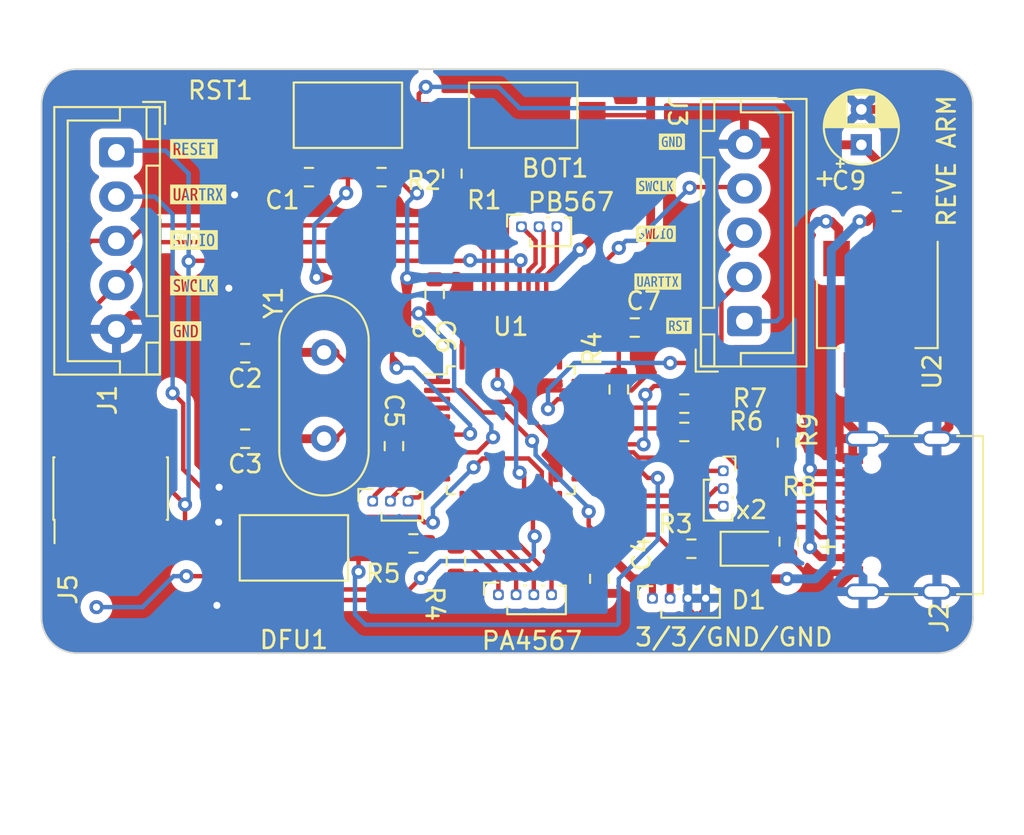
<source format=kicad_pcb>
(kicad_pcb (version 20240108) (generator "pcbnew") (generator_version "8.0")
  (layers (0 "F.Cu" signal) (31 "B.Cu" signal) (34 "B.Paste" user) (35 "F.Paste" user) (36 "B.SilkS" user "B.Silkscreen") (37 "F.SilkS" user "F.Silkscreen") (38 "B.Mask" user) (39 "F.Mask" user) (44 "Edge.Cuts" user))
  (net 0 "")
  (net 1 "+3.3V")
  (net 2 "GND")
  (net 3 "OUT_UART_TX")
  (net 4 "OUT_UART_RX")
  (net 5 "UART_TX")
  (net 6 "D-")
  (net 7 "D+")
  (net 8 "SWDIO")
  (net 9 "SWDCLK")
  (net 10 "NRST")
  (net 11 "INOUT_NRESET")
  (net 12 "OUT_SWDIO")
  (net 13 "OUT_SWDCLK")
  (net 14 "Net-(D1-K)")
  (net 15 "IN_FORCE_DFU")
  (net 16 "unconnected-(U1-PA0-Pad10)")
  (net 17 "unconnected-(U1-PA1-Pad11)")
  (net 18 "unconnected-(U1-PA2-Pad12)")
  (net 19 "unconnected-(U1-PA4-Pad14)")
  (net 20 "unconnected-(U1-PA5-Pad15)")
  (net 21 "unconnected-(U1-PA6-Pad16)")
  (net 22 "unconnected-(U1-PA7-Pad17)")
  (net 25 "unconnected-(U1-PB12-Pad25)")
  (net 26 "unconnected-(U1-PB13-Pad26)")
  (net 27 "unconnected-(U1-PB15-Pad28)")
  (net 31 "unconnected-(U1-PB3-Pad39)")
  (net 32 "unconnected-(U1-PB4-Pad40)")
  (net 33 "unconnected-(U1-PB5-Pad41)")
  (net 35 "Net-(U1-BOOT0)")
  (net 36 "Net-(U1-PA3)")
  (net 37 "Net-(U1-PA12)")
  (net 38 "Net-(U1-PA11)")
  (net 39 "Net-(U1-PD0)")
  (net 40 "Net-(U1-PD1)")
  (net 43 "Net-(U1-PC13)")
  (net 48 "Net-(J2-CC1)")
  (net 49 "Net-(J2-CC2)")
  (net 50 "Net-(U2-VI)")
  (footprint "Resistor_SMD:R_0603_1608Metric" (layer "F.Cu") (at 139.1 87.5 180)
    (property "Reference" "R6")
    (property "Value" "22")
  )
  (footprint "Resistor_SMD:R_0603_1608Metric" (layer "F.Cu") (at 145 93.7 90)
    (property "Reference" "R8")
    (property "Value" "5.1k")
  )
  (footprint "Resistor_SMD:R_0603_1608Metric" (layer "F.Cu") (at 139.5 94.1)
    (property "Reference" "R3")
    (property "Value" "330")
  )
  (footprint "Resistor_SMD:R_0603_1608Metric" (layer "F.Cu") (at 151.1 74.5)
    (property "Reference" "C9")
    (property "Value" "100n")
  )
  (footprint "Connector_USB:USB_C_Receptacle_Palconn_UTC16-G" (layer "F.Cu") (at 151.125 92.2 90)
    (property "Reference" "J2")
    (property "Value" "USB_C_Receptacle")
  )
  (footprint "Connector_PinSocket_1.00mm:PinSocket_1x04_P1.00mm_Vertical" (layer "F.Cu") (at 137.3 96.9 90)
    (property "Reference" "3/3/GND/GND")
    (property "Value" "PinSocket_1x04_P1.00mm_Vertical")
  )
  (footprint "Resistor_SMD:R_0603_1608Metric" (layer "F.Cu") (at 134.3 95.8 -90)
    (property "Reference" "C4")
    (property "Value" "100n")
  )
  (footprint "Resistor_SMD:R_0603_1608Metric" (layer "F.Cu") (at 126 72.9 -90)
    (property "Reference" "R1")
    (property "Value" "10k")
  )
  (footprint "kibuzzard-653E87DC" (layer "F.Cu") (at 111.405715 76.65)
    (property "Reference" "kibuzzard-653E87DC" (hide yes))
    (property "Value" "G***" (hide yes))
  )
  (footprint "Button_Switch_SMD:SW_SPST_CK_RS282G05A3" (layer "F.Cu") (at 120.1 69.6 180)
    (property "Reference" "RST1")
    (property "Value" "SW2")
  )
  (footprint "Resistor_SMD:R_0603_1608Metric" (layer "F.Cu") (at 122.7 88.3 90)
    (property "Reference" "C5")
    (property "Value" "100n")
  )
  (footprint "Button_Switch_SMD:SW_SPST_CK_RS282G05A3" (layer "F.Cu") (at 117.05 94.05 180)
    (property "Reference" "DFU1")
    (property "Value" "SW_DIP_x01")
  )
  (footprint "Package_TO_SOT_SMD:SOT-223" (layer "F.Cu") (at 150 80.85 -90)
    (property "Reference" "U2")
    (property "Value" "LM1117-3.3")
  )
  (footprint "kibuzzard-653E881F" (layer "F.Cu") (at 137.5 73.6)
    (property "Reference" "kibuzzard-653E881F" (hide yes))
    (property "Value" "G***" (hide yes))
  )
  (footprint "Button_Switch_SMD:SW_SPST_CK_RS282G05A3" (layer "F.Cu") (at 130 69.6 180)
    (property "Reference" "BOT1")
    (property "Value" "SW1")
  )
  (footprint "kibuzzard-653E8829" (layer "F.Cu") (at 137.6 79)
    (property "Reference" "kibuzzard-653E8829" (hide yes))
    (property "Value" "G***" (hide yes))
  )
  (footprint "kibuzzard-653E8819" (layer "F.Cu") (at 138.4 71.1)
    (property "Reference" "kibuzzard-653E8819" (hide yes))
    (property "Value" "G***" (hide yes))
  )
  (footprint "Resistor_SMD:R_0603_1608Metric" (layer "F.Cu") (at 117.9 73.1 180)
    (property "Reference" "C1")
    (property "Value" "100n")
  )
  (footprint "Connector_PinHeader_1.27mm:PinHeader_2x05_P1.27mm_Vertical_SMD" (layer "F.Cu") (at 106.7 90.7 90)
    (property "Reference" "J5")
    (property "Value" "Conn_ARM_JTAG_SWD_10")
  )
  (footprint "kibuzzard-653E87E2" (layer "F.Cu") (at 111.406668 79.225)
    (property "Reference" "kibuzzard-653E87E2" (hide yes))
    (property "Value" "G***" (hide yes))
  )
  (footprint "Resistor_SMD:R_0603_1608Metric" (layer "F.Cu") (at 144.9 88.1 -90)
    (property "Reference" "R9")
    (property "Value" "5.1k")
  )
  (footprint "Diode_SMD:D_0805_2012Metric" (layer "F.Cu") (at 142.8375 94.1)
    (property "Reference" "D1")
    (property "Value" "LED")
  )
  (footprint "Resistor_SMD:R_0603_1608Metric" (layer "F.Cu") (at 126.2 94.8 90)
    (property "Reference" "R4")
    (property "Value" "R_Small")
  )
  (footprint "kibuzzard-653E87F3" (layer "F.Cu") (at 110.942324 81.8)
    (property "Reference" "kibuzzard-653E87F3" (hide yes))
    (property "Value" "G***" (hide yes))
  )
  (footprint "Connector_JST:JST_XH_B5B-XH-A_1x05_P2.50mm_Vertical" (layer "F.Cu") (at 107.025 71.7 -90)
    (property "Reference" "J1")
    (property "Value" "Debug port")
  )
  (footprint "Connector_PinSocket_1.00mm:PinSocket_1x04_P1.00mm_Vertical" (layer "F.Cu") (at 128.6 96.7 90)
    (property "Reference" "PA4567")
    (property "Value" "PinSocket_1x04_P1.00mm_Vertical")
  )
  (footprint "Connector_PinSocket_1.00mm:PinSocket_1x03_P1.00mm_Vertical" (layer "F.Cu") (at 141.3 89.7)
    (property "Reference" "x2")
    (property "Value" "PinSocket_1x03_P1.00mm_Vertical")
  )
  (footprint "Capacitor_THT:CP_Radial_D4.0mm_P2.00mm" (layer "F.Cu") (at 149.1 71.2726 90)
    (property "Reference" "C8" (hide yes))
    (property "Value" "C_Polarized")
  )
  (footprint "Connector_PinSocket_1.00mm:PinSocket_1x03_P1.00mm_Vertical" (layer "F.Cu") (at 121.5 91.41 90)
    (property "Reference" "")
    (property "Value" "PinSocket_1x03_P1.00mm_Vertical")
  )
  (footprint "Resistor_SMD:R_0603_1608Metric" (layer "F.Cu") (at 125 79.7 90)
    (property "Reference" "C6")
    (property "Value" "100n")
  )
  (footprint "kibuzzard-653E882F" (layer "F.Cu") (at 138.8 81.5)
    (property "Reference" "kibuzzard-653E882F" (hide yes))
    (property "Value" "G***" (hide yes))
  )
  (footprint "Resistor_SMD:R_0603_1608Metric" (layer "F.Cu") (at 122 73.1 180)
    (property "Reference" "R2")
    (property "Value" "10k")
  )
  (footprint "Resistor_SMD:R_0603_1608Metric" (layer "F.Cu") (at 114.3 87.884 180)
    (property "Reference" "C3")
    (property "Value" "10pF")
  )
  (footprint "Package_QFP:LQFP-48_7x7mm_P0.5mm" (layer "F.Cu") (at 129.3 87.4)
    (property "Reference" "U1")
    (property "Value" "STM32F103CBTx")
  )
  (footprint "Resistor_SMD:R_0603_1608Metric" (layer "F.Cu") (at 139.1 85.9 180)
    (property "Reference" "R7")
    (property "Value" "22")
  )
  (footprint "kibuzzard-653E87CC" (layer "F.Cu") (at 111.4 71.5)
    (property "Reference" "kibuzzard-653E87CC" (hide yes))
    (property "Value" "G***" (hide yes))
  )
  (footprint "Resistor_SMD:R_0603_1608Metric" (layer "F.Cu") (at 136.3 81.6)
    (property "Reference" "C7")
    (property "Value" "100n")
  )
  (footprint "Crystal:Crystal_HC49-U_Vertical" (layer "F.Cu") (at 118.75 83 -90)
    (property "Reference" "Y1")
    (property "Value" "Crystal")
  )
  (footprint "Resistor_SMD:R_0603_1608Metric" (layer "F.Cu") (at 114.3 83.05 180)
    (property "Reference" "C2")
    (property "Value" "10pF")
  )
  (footprint "Resistor_SMD:R_0603_1608Metric" (layer "F.Cu") (at 123.8 93.8)
    (property "Reference" "R5")
    (property "Value" "1k")
  )
  (footprint "kibuzzard-653E87D6" (layer "F.Cu") (at 111.644793 74.075)
    (property "Reference" "kibuzzard-653E87D6" (hide yes))
    (property "Value" "G***" (hide yes))
  )
  (footprint "kibuzzard-653E8824" (layer "F.Cu") (at 137.5 76.3)
    (property "Reference" "kibuzzard-653E8824" (hide yes))
    (property "Value" "G***" (hide yes))
  )
  (footprint "Connector_PinSocket_1.00mm:PinSocket_1x03_P1.00mm_Vertical" (layer "F.Cu") (at 129.9 75.9 90)
    (property "Reference" "PB567")
    (property "Value" "PinSocket_1x03_P1.00mm_Vertical")
  )
  (footprint "Resistor_SMD:R_0603_1608Metric" (layer "F.Cu") (at 135.4 85.1 -90)
    (property "Reference" "R4")
    (property "Value" "1.2k")
  )
  (footprint "Connector_JST:JST_XH_B5B-XH-A_1x05_P2.50mm_Vertical" (layer "F.Cu") (at 142.494011 81.239001 90)
    (property "Reference" "J3")
    (property "Value" "Debug port")
  )
  (gr_circle (center 124.1 81.8) (end 123.9 81.6) (stroke (width 0.15)) (fill none) (layer "F.SilkS"))
  (gr_arc (start 102.8 69) (mid 103.385786 67.585786) (end 104.8 67) (stroke (width 0.1)) (layer "Edge.Cuts"))
  (gr_arc (start 104.8 100) (mid 103.385786 99.414214) (end 102.8 98) (stroke (width 0.1)) (layer "Edge.Cuts"))
  (gr_arc (start 153.4 67) (mid 154.814214 67.585786) (end 155.4 69) (stroke (width 0.1)) (layer "Edge.Cuts"))
  (gr_line (start 104.8 67) (end 153.4 67) (stroke (width 0.1)) (layer "Edge.Cuts"))
  (gr_line (start 155.4 69) (end 155.4 98) (stroke (width 0.1)) (layer "Edge.Cuts"))
  (gr_line (start 102.8 98) (end 102.8 69) (stroke (width 0.1)) (layer "Edge.Cuts"))
  (gr_line (start 153.4 100) (end 104.8 100) (stroke (width 0.1)) (layer "Edge.Cuts"))
  (gr_arc (start 155.4 98) (mid 154.814214 99.414214) (end 153.4 100) (stroke (width 0.1)) (layer "Edge.Cuts"))
  (gr_text "+" (at 146.5 94.5 0) (layer "F.SilkS") (effects (font (size 1 1)) (justify left bottom)))
  (gr_text "REVE ARM\n" (at 154.5 76 90) (layer "F.SilkS") (effects (font (size 1 1)) (justify left bottom)))
  (gr_text "+" (at 146.3 73.7 0) (layer "F.SilkS") (effects (font (size 1 1)) (justify left bottom)))
  (segment (start 146.65 70.65) (end 146.65 68.175) (width 0.5) (layer "F.Cu") (net 1))
  (segment (start 123.425 78.825) (end 123.45 78.8) (width 0.25) (layer "F.Cu") (net 1))
  (segment (start 124.875 80.8) (end 124.1 80.8) (width 0.25) (layer "F.Cu") (net 1))
  (segment (start 144.898 95.802) (end 138.2 95.802) (width 0.5) (layer "F.Cu") (net 1))
  (segment (start 133.25 77.2) (end 137.2 73.25) (width 0.5) (layer "F.Cu") (net 1))
  (segment (start 150 75.044) (end 150 72.1726) (width 0.5) (layer "F.Cu") (net 1))
  (segment (start 143.775 95.777) (end 143.8 95.802) (width 0.25) (layer "F.Cu") (net 1))
  (segment (start 137.2 69.7) (end 137.2 77.4) (width 0.5) (layer "F.Cu") (net 1))
  (segment (start 138.2 95.802) (end 137.3 95.802) (width 0.5) (layer "F.Cu") (net 1))
  (segment (start 149.1 71.2726) (end 147.2726 71.2726) (width 0.5) (layer "F.Cu") (net 1))
  (segment (start 123.425 78.775) (end 123.425 78.75) (width 0.25) (layer "F.Cu") (net 1))
  (segment (start 143.775 94.1) (end 143.775 95.777) (width 0.25) (layer "F.Cu") (net 1))
  (segment (start 126.325 80.525) (end 126.55 80.75) (width 0.25) (layer "F.Cu") (net 1))
  (segment (start 123.425 82.275) (end 123.425 80.925) (width 0.5) (layer "F.Cu") (net 1))
  (segment (start 124 74) (end 123.725 74) (width 0.25) (layer "F.Cu") (net 1))
  (segment (start 124.1 80.8) (end 123.55 80.8) (width 0.25) (layer "F.Cu") (net 1))
  (segment (start 125.2 83.5) (end 125.2 84.5875) (width 0.25) (layer "F.Cu") (net 1))
  (segment (start 134.3 94.75) (end 132.05 92.5) (width 0.25) (layer "F.Cu") (net 1))
  (segment (start 137.3 96.9) (end 137.3 95.802) (width 0.4) (layer "F.Cu") (net 1))
  (segment (start 134.725 84.275) (end 135.4 84.275) (width 0.25) (layer "F.Cu") (net 1))
  (segment (start 125.1375 88.65) (end 127.413604 88.65) (width 0.25) (layer "F.Cu") (net 1))
  (segment (start 128.263604 87.8) (end 128.3 87.8) (width 0.25) (layer "F.Cu") (net 1))
  (segment (start 134.675 94.875) (end 135.275 94.875) (width 0.5) (layer "F.Cu") (net 1))
  (segment (start 126.55 80.75) (end 126.55 83.2375) (width 0.25) (layer "F.Cu") (net 1))
  (segment (start 137.1 69.6) (end 137.2 69.7) (width 0.25) (layer "F.Cu") (net 1))
  (segment (start 150 72.1726) (end 149.1 71.2726) (width 0.5) (layer "F.Cu") (net 1))
  (segment (start 124.397 82.697) (end 123.847 82.697) (width 0.25) (layer "F.Cu") (net 1))
  (segment (start 123.45 78.8) (end 123.425 78.775) (width 0.25) (layer "F.Cu") (net 1))
  (segment (start 150 77.7) (end 150 75.044) (width 0.5) (layer "F.Cu") (net 1))
  (segment (start 136.202 95.802) (end 137.3 95.802) (width 0.5) (layer "F.Cu") (net 1))
  (segment (start 144.9 95.8) (end 144.898 95.802) (width 0.5) (layer "F.Cu") (net 1))
  (segment (start 132.05 92.5) (end 132.05 91.5625) (width 0.25) (layer "F.Cu") (net 1))
  (segment (start 134.35 84.65) (end 134.725 84.275) (width 0.25) (layer "F.Cu") (net 1))
  (segment (start 135.275 94.875) (end 136.202 95.802) (width 0.5) (layer "F.Cu") (net 1))
  (segment (start 125 80.525) (end 126.325 80.525) (width 0.25) (layer "F.Cu") (net 1))
  (segment (start 123.847 82.697) (end 123.425 82.275) (width 0.4) (layer "F.Cu") (net 1))
  (segment (start 127.413604 88.65) (end 128.263604 87.8) (width 0.25) (layer "F.Cu") (net 1))
  (segment (start 133.9 69.6) (end 137.1 69.6) (width 0.25) (layer "F.Cu") (net 1))
  (segment (start 138.3 95.902) (end 138.2 95.802) (width 0.25) (layer "F.Cu") (net 1))
  (segment (start 149 75.6) (end 149.444 75.6) (width 0.5) (layer "F.Cu") (net 1))
  (segment (start 125.2 83.5) (end 124.397 82.697) (width 0.25) (layer "F.Cu") (net 1))
  (segment (start 125.2 84.5875) (end 125.1375 84.65) (width 0.25) (layer "F.Cu") (net 1))
  (segment (start 138.3 96.9) (end 138.3 95.902) (width 0.4) (layer "F.Cu") (net 1))
  (segment (start 149.444 75.6) (end 150 75.044) (width 0.5) (layer "F.Cu") (net 1))
  (segment (start 146.65 68.175) (end 137.535 68.175) (width 0.5) (layer "F.Cu") (net 1))
  (segment (start 135.6 79) (end 135.6 81.475) (width 0.5) (layer "F.Cu") (net 1))
  (segment (start 137.535 68.175) (end 137.2 68.51) (width 0.5) (layer "F.Cu") (net 1))
  (segment (start 137.2 77.4) (end 135.6 79) (width 0.5) (layer "F.Cu") (net 1))
  (segment (start 137.2 68.51) (end 137.2 69.7) (width 0.5) (layer "F.Cu") (net 1))
  (segment (start 123.175 88.65) (end 122.7 89.125) (width 0.25) (layer "F.Cu") (net 1))
  (segment (start 147.2726 71.2726) (end 146.65 70.65) (width 0.5) (layer "F.Cu") (net 1))
  (segment (start 123.425 80.925) (end 123.425 78.825) (width 0.5) (layer "F.Cu") (net 1))
  (segment (start 135.4 81.675) (end 135.4 84.275) (width 0.25) (layer "F.Cu") (net 1))
  (segment (start 123.725 74) (end 122.825 73.1) (width 0.25) (layer "F.Cu") (net 1))
  (segment (start 133.4625 84.65) (end 134.35 84.65) (width 0.25) (layer "F.Cu") (net 1))
  (segment (start 123.425 78.75) (end 123.45 78.725) (width 0.25) (layer "F.Cu") (net 1))
  (segment (start 123.55 80.8) (end 123.425 80.925) (width 0.25) (layer "F.Cu") (net 1))
  (segment (start 125.1375 88.65) (end 123.175 88.65) (width 0.25) (layer "F.Cu") (net 1))
  (via (at 123.45 78.8) (size 0.8) (drill 0.4) (layers "F.Cu" "B.Cu") (net 1))
  (via (at 149 75.6) (size 0.8) (drill 0.4) (layers "F.Cu" "B.Cu") (net 1))
  (via (at 144.9 95.8) (size 0.8) (drill 0.4) (layers "F.Cu" "B.Cu") (net 1))
  (via (at 124.1 80.8) (size 0.8) (drill 0.4) (layers "F.Cu" "B.Cu") (net 1))
  (via (at 128.3 87.8) (size 0.8) (drill 0.4) (layers "F.Cu" "B.Cu") (net 1))
  (via (at 124 74) (size 0.8) (drill 0.4) (layers "F.Cu" "B.Cu") (net 1))
  (via (at 133.2 77.2) (size 0.8) (drill 0.4) (layers "F.Cu" "B.Cu") (net 1))
  (segment (start 123.45 74.55) (end 124 74) (width 0.25) (layer "B.Cu") (net 1))
  (segment (start 123.55 78.775) (end 123.575 78.775) (width 0.25) (layer "B.Cu") (net 1))
  (segment (start 146.5 95.8) (end 144.9 95.8) (width 0.5) (layer "B.Cu") (net 1))
  (segment (start 146.5 95.8) (end 147.4 94.9) (width 0.5) (layer "B.Cu") (net 1))
  (segment (start 133.2 77.2) (end 131.625 78.775) (width 0.5) (layer "B.Cu") (net 1))
  (segment (start 123.6 78.775) (end 123.45 78.75) (width 0.25) (layer "B.Cu") (net 1))
  (segment (start 128.2 87.1) (end 126.1 85) (width 0.25) (layer "B.Cu") (net 1))
  (segment (start 123.45 78.75) (end 123.55 78.775) (width 0.25) (layer "B.Cu") (net 1))
  (segment (start 128.2 87.7) (end 128.2 87.1) (width 0.25) (layer "B.Cu") (net 1))
  (segment (start 126.1 85) (end 126.1 82.8) (width 0.25) (layer "B.Cu") (net 1))
  (segment (start 147.4 77.2) (end 149 75.6) (width 0.5) (layer "B.Cu") (net 1))
  (segment (start 128.3 87.8) (end 128.2 87.7) (width 0.25) (layer "B.Cu") (net 1))
  (segment (start 131.625 78.775) (end 123.6 78.775) (width 0.5) (layer "B.Cu") (net 1))
  (segment (start 126.1 82.8) (end 124.1 80.8) (width 0.25) (layer "B.Cu") (net 1))
  (segment (start 147.4 94.9) (end 147.4 77.2) (width 0.5) (layer "B.Cu") (net 1))
  (segment (start 123.45 78.8) (end 123.45 74.55) (width 0.25) (layer "B.Cu") (net 1))
  (segment (start 123.049 87.82) (end 123.379 88.15) (width 0.25) (layer "F.Cu") (net 2))
  (segment (start 139.3 97.544) (end 139.3 96.9) (width 0.4) (layer "F.Cu") (net 2))
  (segment (start 126.357315 78.875) (end 127.05 79.567685) (width 0.25) (layer "F.Cu") (net 2))
  (segment (start 147.0075 85.6925) (end 149.195 87.88) (width 0.5) (layer "F.Cu") (net 2))
  (segment (start 109.24 94.04) (end 109.24 92.65) (width 0.5) (layer "F.Cu") (net 2))
  (segment (start 113.475 79.475) (end 113.375 79.375) (width 0.4) (layer "F.Cu") (net 2))
  (segment (start 112 89.8) (end 112.825 90.625) (width 0.4) (layer "F.Cu") (net 2))
  (segment (start 105.43 92.65) (end 106.7 92.65) (width 0.5) (layer "F.Cu") (net 2))
  (segment (start 148.615 89) (end 147.9 89) (width 0.4) (layer "F.Cu") (net 2))
  (segment (start 145.875 95.4) (end 145 94.525) (width 0.25) (layer "F.Cu") (net 2))
  (segment (start 114.3 69.6) (end 115.9 69.6) (width 0.5) (layer "F.Cu") (net 2))
  (segment (start 113.291 87.7) (end 112 87.7) (width 0.4) (layer "F.Cu") (net 2))
  (segment (start 133.4625 85.15) (end 136.124695 85.15) (width 0.25) (layer "F.Cu") (net 2))
  (segment (start 134.3 96.625) (end 134.3 97.869) (width 0.5) (layer "F.Cu") (net 2))
  (segment (start 125.3 75.2) (end 126 74.5) (width 0.3) (layer "F.Cu") (net 2))
  (segment (start 145.971 98.044) (end 148.615 95.4) (width 0.5) (layer "F.Cu") (net 2))
  (segment (start 112.7 97.3) (end 109.7 97.3) (width 0.5) (layer "F.Cu") (net 2))
  (segment (start 145.288 83.973) (end 146.3575 85.0425) (width 0.5) (layer "F.Cu") (net 2))
  (segment (start 139.8 98.044) (end 145.971 98.044) (width 0.5) (layer "F.Cu") (net 2))
  (segment (start 116.7 75.2) (end 125.3 75.2) (width 0.3) (layer "F.Cu") (net 2))
  (segment (start 154.05 87.195) (end 154.05 79.45) (width 0.5) (layer "F.Cu") (net 2))
  (segment (start 139.8 98.044) (end 139.3 97.544) (width 0.4) (layer "F.Cu") (net 2))
  (segment (start 126.2 95.625) (end 126.2 97.925) (width 0.5) (layer "F.Cu") (net 2))
  (segment (start 142.494 71.24) (end 139.66 71.24) (width 0.4) (layer "F.Cu") (net 2))
  (segment (start 116 73.1) (end 116 74.5) (width 0.3) (layer "F.Cu") (net 2))
  (segment (start 130 85.8) (end 128.1 85.8) (width 0.25) (layer "F.Cu") (net 2))
  (segment (start 113.1 92.9) (end 112.8 92.6) (width 0.5) (layer "F.Cu") (net 2))
  (segment (start 107.84 95.44) (end 109.24 94.04) (width 0.5) (layer "F.Cu") (net 2))
  (segment (start 130 86.3) (end 131.55 87.85) (width 0.25) (layer "F.Cu") (net 2))
  (segment (start 127.05 79.567685) (end 127.05 83.2375) (width 0.25) (layer "F.Cu") (net 2))
  (segment (start 122.7 87.475) (end 122.315 87.475) (width 0.25) (layer "F.Cu") (net 2))
  (segment (start 130.65 85.15) (end 130 85.8) (width 0.25) (layer "F.Cu") (net 2))
  (segment (start 112.6 80.9) (end 107.825 80.9) (width 0.5) (layer "F.Cu") (net 2))
  (segment (start 138.1 72.8) (end 138.1 80.625) (width 0.4) (layer "F.Cu") (net 2))
  (segment (start 126 74.5) (end 126 73.725) (width 0.3) (layer "F.Cu") (net 2))
  (segment (start 113.725 70.175) (end 114.3 69.6) (width 0.5) (layer "F.Cu") (net 2))
  (segment (start 106.39 95.44) (end 105.43 94.48) (width 0.5) (layer "F.Cu") (net 2))
  (segment (start 113.1 93.9) (end 113.1 92.9) (width 0.5) (layer "F.Cu") (net 2))
  (segment (start 151.4726 69.2726) (end 152.3 70.1) (width 0.5) (layer "F.Cu") (net 2))
  (segment (start 113.475 83.05) (end 112.25 83.05) (width 0.4) (layer "F.Cu") (net 2))
  (segment (start 138.1 80.625) (end 137.125 81.6) (width 0.4) (layer "F.Cu") (net 2))
  (segment (start 144.78 71.12) (end 145.288 71.628) (width 0.5) (layer "F.Cu") (net 2))
  (segment (start 123.379 88.15) (end 125.1375 88.15) (width 0.25) (layer "F.Cu") (net 2))
  (segment (start 121.7 88.09) (end 121.7 89.4) (width 0.25) (layer "F.Cu") (net 2))
  (segment (start 137.125 84.149695) (end 137.125 81.6) (width 0.25) (layer "F.Cu") (net 2))
  (segment (start 126.375 73.725) (end 126 73.725) (width 0.25) (layer "F.Cu") (net 2))
  (segment (start 107.84 95.44) (end 106.39 95.44) (width 0.5) (layer "F.Cu") (net 2))
  (segment (start 113.6 91.4) (end 112.825 90.625) (width 0.25) (layer "F.Cu") (net 2))
  (segment (start 117.2 73.1) (end 116 73.1) (width 0.5) (layer "F.Cu") (net 2))
  (segment (start 116 73.1) (end 113.8125 73.1) (width 0.5) (layer "F.Cu") (net 2))
  (segment (start 146.3575 85.0425) (end 147.0075 85.6925) (width 0.5) (layer "F.Cu") (net 2))
  (segment (start 112.725 90.625) (end 112.8 90.55) (width 0.25) (layer "F.Cu") (net 2))
  (segment (start 144.9 86.5) (end 146.3575 85.0425) (width 0.25) (layer "F.Cu") (net 2))
  (segment (start 136.124695 85.15) (end 137.125 84.149695) (width 0.25) (layer "F.Cu") (net 2))
  (segment (start 112 87.7) (end 112 89.8) (width 0.4) (layer "F.Cu") (net 2))
  (segment (start 142.805 71.12) (end 144.78 71.12) (width 0.5) (layer "F.Cu") (net 2))
  (segment (start 152.3 70.1) (end 152.3 77.7) (width 0.5) (layer "F.Cu") (net 2))
  (segment (start 121.7 89.4) (end 119.7 91.4) (width 0.25) (layer "F.Cu") (net 2))
  (segment (start 109.7 97.3) (end 107.84 95.44) (width 0.5) (layer "F.Cu") (net 2))
  (segment (start 105.43 94.48) (end 105.43 92.65) (width 0.5) (layer "F.Cu") (net 2))
  (segment (start 130 85.8) (end 130 86.3) (width 0.25) (layer "F.Cu") (net 2))
  (segment (start 154.05 79.45) (end 152.3 77.7) (width 0.5) (layer "F.Cu") (net 2))
  (segment (start 112 83.3) (end 112 87.7) (width 0.4) (layer "F.Cu") (net 2))
  (segment (start 122.315 87.475) (end 121.7 88.09) (width 0.25) (layer "F.Cu") (net 2))
  (segment (start 131.55 87.85) (end 131.55 91.5625) (width 0.25) (layer "F.Cu") (net 2))
  (segment (start 116 74.5) (end 116.7 75.2) (width 0.3) (layer "F.Cu") (net 2))
  (segment (start 107.825 80.9) (end 107.025 81.7) (width 0.5) (layer "F.Cu") (net 2))
  (segment (start 139.8 98.044) (end 140.3 97.544) (width 0.4) (layer "F.Cu") (net 2))
  (segment (start 112.825 90.625) (end 112.725 90.625) (width 0.25) (layer "F.Cu") (net 2))
  (segment (start 113.725 74.1) (end 113.725 70.175) (width 0.5) (layer "F.Cu") (net 2))
  (segment (start 133.4625 85.15) (end 130.65 85.15) (width 0.25) (layer "F.Cu") (net 2))
  (segment (start 112.7 97.3) (end 113.444 98.044) (width 0.5) (layer "F.Cu") (net 2))
  (segment (start 140.3 97.544) (end 140.3 96.9) (width 0.4) (layer "F.Cu") (net 2))
  (segment (start 145.288 71.628) (end 145.288 83.973) (width 0.5) (layer "F.Cu") (net 2))
  (segment (start 147.9 89) (end 147.9 86.485) (width 0.4) (layer "F.Cu") (net 2))
  (segment (start 144.9 87.275) (end 144.9 86.5) (width 0.25) (layer "F.Cu") (net 2))
  (segment (start 139.66 71.24) (end 138.1 72.8) (width 0.4) (layer "F.Cu") (net 2))
  (segment (start 127.05 84.75) (end 127.05 83.2375) (width 0.25) (layer "F.Cu") (net 2))
  (segment (start 128.1 85.8) (end 127.05 84.75) (width 0.25) (layer "F.Cu") (net 2))
  (segment (start 148.615 95.4) (end 145.875 95.4) (width 0.25) (layer "F.Cu") (net 2))
  (segment (start 153.365 87.88) (end 154.05 87.195) (width 0.5) (layer "F.Cu") (net 2))
  (segment (start 112.25 83.05) (end 112 83.3) (width 0.4) (layer "F.Cu") (net 2))
  (segment (start 113.444 98.044) (end 139.8 98.044) (width 0.5) (layer "F.Cu") (net 2))
  (segment (start 113.3 80.2) (end 112.6 80.9) (width 0.5) (layer "F.Cu") (net 2))
  (segment (start 113.475 83.05) (end 113.475 79.475) (width 0.4) (layer "F.Cu") (net 2))
  (segment (start 149.1 69.2726) (end 151.4726 69.2726) (width 0.5) (layer "F.Cu") (net 2))
  (segment (start 113.6 91.4) (end 119.7 91.4) (width 0.25) (layer "F.Cu") (net 2))
  (segment (start 125 78.875) (end 126.357315 78.875) (width 0.25) (layer "F.Cu") (net 2))
  (segment (start 112.825 90.525) (end 112.825 90.625) (width 0.25) (layer "F.Cu") (net 2))
  (via (at 112.8 92.6) (size 0.8) (drill 0.4) (layers "F.Cu" "B.Cu") (net 2))
  (via (at 113.7 74.1) (size 0.8) (drill 0.4) (layers "F.Cu" "B.Cu") (net 2))
  (via (at 112.825 90.625) (size 0.8) (drill 0.4) (layers "F.Cu" "B.Cu") (net 2))
  (via (at 113.375 79.375) (size 0.8) (drill 0.4) (layers "F.Cu" "B.Cu") (net 2))
  (via (at 112.7 97.3) (size 0.8) (drill 0.4) (layers "F.Cu" "B.Cu") (net 2))
  (segment (start 112.8 90.9) (end 112.8 91.3) (width 0.5) (layer "B.Cu") (net 2))
  (segment (start 112.8 91.3) (end 112.8 92.7) (width 0.5) (layer "B.Cu") (net 2))
  (segment (start 112.8 92.7) (end 112.8 97.2) (width 0.5) (layer "B.Cu") (net 2))
  (segment (start 113.775 78.975) (end 113.775 74.15) (width 0.5) (layer "B.Cu") (net 2))
  (segment (start 112.8 97.2) (end 112.7 97.3) (width 0.5) (layer "B.Cu") (net 2))
  (segment (start 113.375 79.375) (end 113.775 78.975) (width 0.5) (layer "B.Cu") (net 2))
  (segment (start 113.775 74.15) (end 113.725 74.1) (width 0.5) (layer "B.Cu") (net 2))
  (segment (start 130.55 93.35) (end 130.6 93.4) (width 0.25) (layer "F.Cu") (net 3))
  (segment (start 130.65 93.4) (end 130.65 93.45) (width 0.25) (layer "F.Cu") (net 3))
  (segment (start 112.55 95.65) (end 113.9 97) (width 0.25) (layer "F.Cu") (net 3))
  (segment (start 113.9 97) (end 122.975 97) (width 0.25) (layer "F.Cu") (net 3))
  (segment (start 130.65 93.45) (end 130.6 93.4) (width 0.25) (layer "F.Cu") (net 3))
  (segment (start 122.975 97) (end 124.225 95.75) (width 0.25) (layer "F.Cu") (net 3))
  (segment (start 130.55 91.5625) (end 130.55 93.35) (width 0.25) (layer "F.Cu") (net 3))
  (segment (start 110.975 95.65) (end 112.55 95.65) (width 0.25) (layer "F.Cu") (net 3))
  (segment (start 130.6 93.4) (end 130.65 93.4) (width 0.25) (layer "F.Cu") (net 3))
  (via (at 124.225 95.75) (size 0.8) (drill 0.4) (layers "F.Cu" "B.Cu") (net 3))
  (via (at 110.975 95.65) (size 0.8) (drill 0.4) (layers "F.Cu" "B.Cu") (net 3))
  (via (at 130.65 93.4) (size 0.8) (drill 0.4) (layers "F.Cu" "B.Cu") (net 3))
  (via (at 105.9 97.4) (size 0.8) (drill 0.4) (layers "F.Cu" "B.Cu") (net 3))
  (segment (start 130.6 94.5) (end 130.3 94.8) (width 0.25) (layer "B.Cu") (net 3))
  (segment (start 108.5 97.4) (end 110.25 95.65) (width 0.25) (layer "B.Cu") (net 3))
  (segment (start 110.25 95.65) (end 110.975 95.65) (width 0.25) (layer "B.Cu") (net 3))
  (segment (start 130.6 93.4) (end 130.6 94.5) (width 0.25) (layer "B.Cu") (net 3))
  (segment (start 105.9 97.4) (end 108.5 97.4) (width 0.25) (layer "B.Cu") (net 3))
  (segment (start 130.3 94.8) (end 125.325 94.8) (width 0.25) (layer "B.Cu") (net 3))
  (segment (start 125.325 94.8) (end 124.4 95.725) (width 0.25) (layer "B.Cu") (net 3))
  (segment (start 127.7 89) (end 130.3 89) (width 0.25) (layer "F.Cu") (net 4))
  (segment (start 127.2 89.5) (end 127.7 89) (width 0.25) (layer "F.Cu") (net 4))
  (segment (start 131.05 89.75) (end 131.05 91.5625) (width 0.25) (layer "F.Cu") (net 4))
  (segment (start 124.421751 92.61) (end 124.111751 92.3) (width 0.25) (layer "F.Cu") (net 4))
  (segment (start 130.3 89) (end 131.05 89.75) (width 0.25) (layer "F.Cu") (net 4))
  (segment (start 120.665 92.3) (end 120.050698 91.685698) (width 0.25) (layer "F.Cu") (net 4))
  (segment (start 124.111751 92.3) (end 120.665 92.3) (width 0.25) (layer "F.Cu") (net 4))
  (segment (start 119.886396 91.85) (end 113.024695 91.85) (width 0.25) (layer "F.Cu") (net 4))
  (segment (start 110.8 89.625305) (end 110.8 85.9) (width 0.25) (layer "F.Cu") (net 4))
  (segment (start 124.9 92.61) (end 124.421751 92.61) (width 0.25) (layer "F.Cu") (net 4))
  (segment (start 113.024695 91.85) (end 110.8 89.625305) (width 0.25) (layer "F.Cu") (net 4))
  (segment (start 120.050698 91.685698) (end 119.886396 91.85) (width 0.25) (layer "F.Cu") (net 4))
  (segment (start 110.8 85.9) (end 110.2 85.3) (width 0.25) (layer "F.Cu") (net 4))
  (via (at 124.9 92.61) (size 0.8) (drill 0.4) (layers "F.Cu" "B.Cu") (net 4))
  (via (at 110.2 85.3) (size 0.8) (drill 0.4) (layers "F.Cu" "B.Cu") (net 4))
  (via (at 127.2 89.5) (size 0.8) (drill 0.4) (layers "F.Cu" "B.Cu") (net 4))
  (segment (start 124.9 92.61) (end 124.9 91.8) (width 0.25) (layer "B.Cu") (net 4))
  (segment (start 110.2 85.3) (end 110.2 75.2) (width 0.25) (layer "B.Cu") (net 4))
  (segment (start 124.9 91.8) (end 127.1 89.6) (width 0.25) (layer "B.Cu") (net 4))
  (segment (start 110.2 75.2) (end 109.2 74.2) (width 0.25) (layer "B.Cu") (net 4))
  (segment (start 109.2 74.2) (end 107.025 74.2) (width 0.25) (layer "B.Cu") (net 4))
  (segment (start 135.863604 88.2) (end 136.8 88.2) (width 0.25) (layer "F.Cu") (net 5))
  (segment (start 141.194 80.039012) (end 141.194 83.306) (width 0.25) (layer "F.Cu") (net 5))
  (segment (start 135.313604 87.65) (end 135.863604 88.2) (width 0.25) (layer "F.Cu") (net 5))
  (segment (start 139.6 84.9) (end 137.4 84.9) (width 0.25) (layer "F.Cu") (net 5))
  (segment (start 137.4 84.9) (end 136.9 85.4) (width 0.25) (layer "F.Cu") (net 5))
  (segment (start 141.194 83.306) (end 139.6 84.9) (width 0.25) (layer "F.Cu") (net 5))
  (segment (start 142.494011 78.739001) (end 141.194 80.039012) (width 0.25) (layer "F.Cu") (net 5))
  (segment (start 133.4625 87.65) (end 135.313604 87.65) (width 0.25) (layer "F.Cu") (net 5))
  (via (at 136.9 85.4) (size 0.8) (drill 0.4) (layers "F.Cu" "B.Cu") (net 5))
  (via (at 136.8 88.2) (size 0.8) (drill 0.4) (layers "F.Cu" "B.Cu") (net 5))
  (segment (start 136.9 88.1) (end 136.8 88.2) (width 0.25) (layer "B.Cu") (net 5))
  (segment (start 136.9 85.4) (end 136.9 88.1) (width 0.25) (layer "B.Cu") (net 5))
  (segment (start 148.615 92.95) (end 148.565 92.9) (width 0.2) (layer "F.Cu") (net 6))
  (segment (start 148.615 91.95) (end 150.05 91.95) (width 0.2) (layer "F.Cu") (net 6))
  (segment (start 148.565 92.9) (end 147.4 92.9) (width 0.2) (layer "F.Cu") (net 6))
  (segment (start 147.4 92.9) (end 146.5 92) (width 0.2) (layer "F.Cu") (net 6))
  (segment (start 144.625 92) (end 140.025 87.4) (width 0.2) (layer "F.Cu") (net 6))
  (segment (start 150.05 92.95) (end 148.615 92.95) (width 0.2) (layer "F.Cu") (net 6))
  (segment (start 150.3 92.2) (end 150.3 92.7) (width 0.2) (layer "F.Cu") (net 6))
  (segment (start 150.05 91.95) (end 150.3 92.2) (width 0.2) (layer "F.Cu") (net 6))
  (segment (start 146.5 92) (end 144.625 92) (width 0.2) (layer "F.Cu") (net 6))
  (segment (start 150.3 92.7) (end 150.05 92.95) (width 0.2) (layer "F.Cu") (net 6))
  (segment (start 147.2 91.45) (end 148.615 91.45) (width 0.2) (layer "F.Cu") (net 7))
  (segment (start 141.434601 86.65) (end 141.434601 88.134601) (width 0.2) (layer "F.Cu") (net 7))
  (segment (start 144.75 91.45) (end 147.2 91.45) (width 0.2) (layer "F.Cu") (net 7))
  (segment (start 147.2 91.865) (end 147.2 91.45) (width 0.2) (layer "F.Cu") (net 7))
  (segment (start 148.615 92.45) (end 147.785 92.45) (width 0.2) (layer "F.Cu") (net 7))
  (segment (start 141.434601 88.134601) (end 144.75 91.45) (width 0.2) (layer "F.Cu") (net 7))
  (segment (start 141.434601 86.6673) (end 140.9 86.132699) (width 0.2) (layer "F.Cu") (net 7))
  (segment (start 140.9 86.132699) (end 140.867301 86.1) (width 0.2) (layer "F.Cu") (net 7))
  (segment (start 140.867301 86.1) (end 140.025 86.1) (width 0.2) (layer "F.Cu") (net 7))
  (segment (start 147.785 92.45) (end 147.2 91.865) (width 0.2) (layer "F.Cu") (net 7))
  (segment (start 140.3 78.433012) (end 140.3 83.175) (width 0.25) (layer "F.Cu") (net 8))
  (segment (start 142.573012 76.16) (end 140.3 78.433012) (width 0.25) (layer "F.Cu") (net 8))
  (segment (start 131.4 86.2) (end 131.95 85.65) (width 0.25) (layer "F.Cu") (net 8))
  (segment (start 131.95 85.65) (end 133.4625 85.65) (width 0.25) (layer "F.Cu") (net 8))
  (segment (start 140.3 83.175) (end 139.875 83.6) (width 0.25) (layer "F.Cu") (net 8))
  (segment (start 139.875 83.6) (end 138.3 83.6) (width 0.25) (layer "F.Cu") (net 8))
  (via (at 131.4 86.2) (size 0.8) (drill 0.4) (layers "F.Cu" "B.Cu") (net 8))
  (via (at 138.3 83.6) (size 0.8) (drill 0.4) (layers "F.Cu" "B.Cu") (net 8))
  (segment (start 132.9 83.6) (end 131.4 85.1) (width 0.25) (layer "B.Cu") (net 8))
  (segment (start 131.4 85.1) (end 131.4 86.2) (width 0.25) (layer "B.Cu") (net 8))
  (segment (start 138.3 83.6) (end 132.9 83.6) (width 0.25) (layer "B.Cu") (net 8))
  (segment (start 139.3895 73.66) (end 142.765 73.66) (width 0.25) (layer "F.Cu") (net 9))
  (segment (start 134.306 80.594) (end 132.05 82.85) (width 0.25) (layer "F.Cu") (net 9))
  (segment (start 134.306 79.492) (end 134.306 80.594) (width 0.25) (layer "F.Cu") (net 9))
  (segment (start 134.3 78.2) (end 134.3 79.486) (width 0.25) (layer "F.Cu") (net 9))
  (segment (start 134.3 79.486) (end 134.306 79.492) (width 0.25) (layer "F.Cu") (net 9))
  (segment (start 135.4 77.1) (end 134.3 78.2) (width 0.25) (layer "F.Cu") (net 9))
  (via (at 135.4 77.1) (size 0.8) (drill 0.4) (layers "F.Cu" "B.Cu") (net 9))
  (via (at 139.4 73.7) (size 0.8) (drill 0.4) (layers "F.Cu" "B.Cu") (net 9))
  (segment (start 136.4 76.7) (end 135.8 76.7) (width 0.25) (layer "B.Cu") (net 9))
  (segment (start 135.8 76.7) (end 135.4 77.1) (width 0.25) (layer "B.Cu") (net 9))
  (segment (start 139.4 73.7) (end 136.4 76.7) (width 0.25) (layer "B.Cu") (net 9))
  (segment (start 124.5 68) (end 124.1 68.4) (width 0.25) (layer "F.Cu") (net 10))
  (segment (start 125.1375 87.65) (end 126.95 87.65) (width 0.25) (layer "F.Cu") (net 10))
  (segment (start 120 74) (end 120.1 73.9) (width 0.25) (layer "F.Cu") (net 10))
  (segment (start 118.725 73.1) (end 121.175 73.1) (width 0.25) (layer "F.Cu") (net 10))
  (segment (start 122.6 79.45) (end 122.6 83.8625) (width 0.25) (layer "F.Cu") (net 10))
  (segment (start 124.1 68.4) (end 124.1 69.2) (width 0.25) (layer "F.Cu") (net 10))
  (segment (start 122.875 83.85) (end 122.85 83.875) (width 0.25) (layer "F.Cu") (net 10))
  (segment (start 120.1 71.85) (end 122.35 69.6) (width 0.25) (layer "F.Cu") (net 10))
  (segment (start 121.925 78.775) (end 122.6 79.45) (width 0.25) (layer "F.Cu") (net 10))
  (segment (start 126.95 87.65) (end 127 87.6) (width 0.25) (layer "F.Cu") (net 10))
  (segment (start 118.325 78.775) (end 121.925 78.775) (width 0.25) (layer "F.Cu") (net 10))
  (segment (start 120.1 73.9) (end 120.1 71.85) (width 0.25) (layer "F.Cu") (net 10))
  (segment (start 122.85 83.875) (end 122.875 83.9) (width 0.25) (layer "F.Cu") (net 10))
  (segment (start 122.35 69.6) (end 123.7 69.6) (width 0.25) (layer "F.Cu") (net 10))
  (via (at 120 74) (size 0.8) (drill 0.4) (layers "F.Cu" "B.Cu") (net 10))
  (via (at 118.325 78.775) (size 0.8) (drill 0.4) (layers "F.Cu" "B.Cu") (net 10))
  (via (at 124.5 68) (size 0.8) (drill 0.4) (layers "F.Cu" "B.Cu") (net 10))
  (via (at 127 87.6) (size 0.8) (drill 0.4) (layers "F.Cu" "B.Cu") (net 10))
  (via (at 122.85 83.875) (size 0.8) (drill 0.4) (layers "F.Cu" "B.Cu") (net 10))
  (segment (start 118.2 75.8) (end 118.2 78.65) (width 0.25) (layer "B.Cu") (net 10))
  (segment (start 144.2 69.2) (end 129.8 69.2) (width 0.25) (layer "B.Cu") (net 10))
  (segment (start 122.85 83.875) (end 123.775 83.875) (width 0.25) (layer "B.Cu") (net 10))
  (segment (start 118.2 78.65) (end 118.325 78.775) (width 0.25) (layer "B.Cu") (net 10))
  (segment (start 120 74) (end 118.2 75.8) (width 0.25) (layer "B.Cu") (net 10))
  (segment (start 128.6 68) (end 124.5 68) (width 0.25) (layer "B.Cu") (net 10))
  (segment (start 144.321998 81.239001) (end 144.6 80.960999) (width 0.25) (layer "B.Cu") (net 10))
  (segment (start 144.6 80.960999) (end 144.6 69.6) (width 0.25) (layer "B.Cu") (net 10))
  (segment (start 144.6 69.6) (end 144.2 69.2) (width 0.25) (layer "B.Cu") (net 10))
  (segment (start 129.8 69.2) (end 128.6 68) (width 0.25) (layer "B.Cu") (net 10))
  (segment (start 142.494011 81.239001) (end 144.321998 81.239001) (width 0.25) (layer "B.Cu") (net 10))
  (segment (start 127 87.1) (end 127 87.6) (width 0.25) (layer "B.Cu") (net 10))
  (segment (start 123.775 83.875) (end 127 87.1) (width 0.25) (layer "B.Cu") (net 10))
  (segment (start 109.24 89.94) (end 110.9 91.6) (width 0.25) (layer "F.Cu") (net 11))
  (segment (start 110.9 91.6) (end 110.9 93.95) (width 0.25) (layer "F.Cu") (net 11))
  (segment (start 110.9 93.95) (end 112.15 95.2) (width 0.25) (layer "F.Cu") (net 11))
  (segment (start 111.136882 77.825) (end 111.105694 77.856188) (width 0.25) (layer "F.Cu") (net 11))
  (segment (start 112.15 95.2) (end 112.736396 95.2) (width 0.25) (layer "F.Cu") (net 11))
  (segment (start 129.55 81.025) (end 129.55 83.2375) (width 0.25) (layer "F.Cu") (net 11))
  (segment (start 127 77.825) (end 111.136882 77.825) (width 0.25) (layer "F.Cu") (net 11))
  (segment (start 129.8 80.775) (end 129.55 81.025) (width 0.25) (layer "F.Cu") (net 11))
  (segment (start 112.736396 95.2) (end 113.936396 96.4) (width 0.25) (layer "F.Cu") (net 11))
  (segment (start 113.936396 96.4) (end 122.6 96.4) (width 0.25) (layer "F.Cu") (net 11))
  (segment (start 123.2 94.385) (end 122.795 93.98) (width 0.25) (layer "F.Cu") (net 11))
  (segment (start 129.8 80.775) (end 129.8 77.85) (width 0.25) (layer "F.Cu") (net 11))
  (segment (start 122.6 96.4) (end 123.2 95.8) (width 0.25) (layer "F.Cu") (net 11))
  (segment (start 109.24 88.75) (end 109.24 89.94) (width 0.25) (layer "F.Cu") (net 11))
  (segment (start 123.2 95.8) (end 123.2 94.385) (width 0.25) (layer "F.Cu") (net 11))
  (via (at 110.9 91.6) (size 0.8) (drill 0.4) (layers "F.Cu" "B.Cu") (net 11))
  (via (at 129.85 77.8) (size 0.8) (drill 0.4) (layers "F.Cu" "B.Cu") (net 11))
  (via (at 127 77.8) (size 0.8) (drill 0.4) (layers "F.Cu" "B.Cu") (net 11))
  (via (at 111.105694 77.856188) (size 0.8) (drill 0.4) (layers "F.Cu" "B.Cu") (net 11))
  (segment (start 111.1 77.861882) (end 111.105694 77.856188) (width 0.25) (layer "B.Cu") (net 11))
  (segment (start 110.9 91.6) (end 111.1 91.4) (width 0.25) (layer "B.Cu") (net 11))
  (segment (start 129.8 77.85) (end 129.775 77.825) (width 0.25) (layer "B.Cu") (net 11))
  (segment (start 107.125 71.6) (end 107.025 71.7) (width 0.25) (layer "B.Cu") (net 11))
  (segment (start 111.1 91.4) (end 111.1 77.861882) (width 0.25) (layer "B.Cu") (net 11))
  (segment (start 129.775 77.825) (end 127 77.825) (width 0.25) (layer "B.Cu") (net 11))
  (segment (start 111.105694 72.905694) (end 109.8 71.6) (width 0.25) (layer "B.Cu") (net 11))
  (segment (start 109.8 71.6) (end 107.125 71.6) (width 0.25) (layer "B.Cu") (net 11))
  (segment (start 111.105694 77.856188) (end 111.105694 72.905694) (width 0.25) (layer "B.Cu") (net 11))
  (segment (start 128.05 83.2375) (end 128.05 81.552305) (width 0.25) (layer "F.Cu") (net 12))
  (segment (start 105.625 76.7) (end 104.1 78.225) (width 0.25) (layer "F.Cu") (net 12))
  (segment (start 127.65 75.825) (end 108.675 75.825) (width 0.25) (layer "F.Cu") (net 12))
  (segment (start 107.025 76.7) (end 105.625 76.7) (width 0.25) (layer "F.Cu") (net 12))
  (segment (start 104.1 88.69) (end 104.16 88.75) (width 0.25) (layer "F.Cu") (net 12))
  (segment (start 128.306 76.481) (end 127.65 75.825) (width 0.25) (layer "F.Cu") (net 12))
  (segment (start 128.306 81.296305) (end 128.306 76.481) (width 0.25) (layer "F.Cu") (net 12))
  (segment (start 107.8 76.7) (end 107.025 76.7) (width 0.25) (layer "F.Cu") (net 12))
  (segment (start 104.1 78.225) (end 104.1 88.69) (width 0.25) (layer "F.Cu") (net 12))
  (segment (start 108.675 75.825) (end 107.8 76.7) (width 0.25) (layer "F.Cu") (net 12))
  (segment (start 128.05 81.552305) (end 128.306 81.296305) (width 0.25) (layer "F.Cu") (net 12))
  (segment (start 104.7 81.525) (end 107.025 79.2) (width 0.25) (layer "F.Cu") (net 13))
  (segment (start 104.7 86.5) (end 104.7 81.525) (width 0.25) (layer "F.Cu") (net 13))
  (segment (start 105.43 88.75) (end 105.43 87.23) (width 0.25) (layer "F.Cu") (net 13))
  (segment (start 109.325 76.775) (end 127.35 76.775) (width 0.25) (layer "F.Cu") (net 13))
  (segment (start 127.55 81.028) (end 127.55 83.2375) (width 0.25) (layer "F.Cu") (net 13))
  (segment (start 105.43 87.23) (end 104.7 86.5) (width 0.25) (layer "F.Cu") (net 13))
  (segment (start 107.025 79.075) (end 109.325 76.775) (width 0.25) (layer "F.Cu") (net 13))
  (segment (start 107.025 79.2) (end 107.025 79.075) (width 0.25) (layer "F.Cu") (net 13))
  (segment (start 127.806 77.231) (end 127.806 80.772) (width 0.25) (layer "F.Cu") (net 13))
  (segment (start 127.35 76.775) (end 127.806 77.231) (width 0.25) (layer "F.Cu") (net 13))
  (segment (start 127.806 80.772) (end 127.55 81.028) (width 0.25) (layer "F.Cu") (net 13))
  (segment (start 140.325 94.1) (end 141.9 94.1) (width 0.25) (layer "F.Cu") (net 14))
  (segment (start 133.4625 89.15) (end 136.088299 89.15) (width 0.25) (layer "F.Cu") (net 15))
  (segment (start 137.038299 90.1) (end 137.6 90.1) (width 0.25) (layer "F.Cu") (net 15))
  (segment (start 136.088299 89.15) (end 137.038299 90.1) (width 0.25) (layer "F.Cu") (net 15))
  (segment (start 120.7 95.4) (end 120.7 94.1) (width 0.25) (layer "F.Cu") (net 15))
  (via (at 137.6 90.1) (size 0.8) (drill 0.4) (layers "F.Cu" "B.Cu") (net 15))
  (via (at 120.7 95.4) (size 0.8) (drill 0.4) (layers "F.Cu" "B.Cu") (net 15))
  (segment (start 120.5 95.6) (end 120.7 95.4) (width 0.25) (layer "B.Cu") (net 15))
  (segment (start 137.6 93.6) (end 135.4 95.8) (width 0.25) (layer "B.Cu") (net 15))
  (segment (start 135.4 98.3) (end 135.3 98.4) (width 0.25) (layer "B.Cu") (net 15))
  (segment (start 121.1 98.4) (end 120.5 97.8) (width 0.25) (layer "B.Cu") (net 15))
  (segment (start 135.4 95.8) (end 135.4 98.3) (width 0.25) (layer "B.Cu") (net 15))
  (segment (start 135.3 98.4) (end 121.1 98.4) (width 0.25) (layer "B.Cu") (net 15))
  (segment (start 137.6 90.1) (end 137.6 93.6) (width 0.25) (layer "B.Cu") (net 15))
  (segment (start 120.5 97.8) (end 120.5 95.6) (width 0.25) (layer "B.Cu") (net 15))
  (segment (start 125.1375 89.15) (end 123.892462 89.15) (width 0.25) (layer "F.Cu") (net 16))
  (segment (start 123.892462 89.15) (end 122.542462 90.5) (width 0.25) (layer "F.Cu") (net 16))
  (segment (start 122.2 90.5) (end 121.6 91.1) (width 0.25) (layer "F.Cu") (net 16))
  (segment (start 122.542462 90.5) (end 122.2 90.5) (width 0.25) (layer "F.Cu") (net 16))
  (segment (start 124.15 89.65) (end 125.1375 89.65) (width 0.25) (layer "F.Cu") (net 17))
  (segment (start 122.6 91.2) (end 124.15 89.65) (width 0.25) (layer "F.Cu") (net 17))
  (segment (start 123.6 91.2) (end 124.0875 91.2) (width 0.25) (layer "F.Cu") (net 18))
  (segment (start 124.0875 91.2) (end 125.1375 90.15) (width 0.25) (layer "F.Cu") (net 18))
  (segment (start 128.6 95.6) (end 127.05 94.05) (width 0.25) (layer "F.Cu") (net 19))
  (segment (start 128.6 96.5) (end 128.6 95.6) (width 0.25) (layer "F.Cu") (net 19))
  (segment (start 127.05 94.05) (end 127.05 91.5625) (width 0.25) (layer "F.Cu") (net 19))
  (segment (start 127.55 93.45) (end 129.6 95.5) (width 0.25) (layer "F.Cu") (net 20))
  (segment (start 127.55 91.5625) (end 127.55 93.45) (width 0.25) (layer "F.Cu") (net 20))
  (segment (start 129.6 95.5) (end 129.6 96.5) (width 0.25) (layer "F.Cu") (net 20))
  (segment (start 130.6 95.6) (end 128.05 93.05) (width 0.25) (layer "F.Cu") (net 21))
  (segment (start 130.6 96.5) (end 130.6 95.6) (width 0.25) (layer "F.Cu") (net 21))
  (segment (start 128.05 93.05) (end 128.05 91.5625) (width 0.25) (layer "F.Cu") (net 21))
  (segment (start 131.6 96.5) (end 131.6 95.691852) (width 0.25) (layer "F.Cu") (net 22))
  (segment (start 131.6 95.691852) (end 128.55 92.641852) (width 0.25) (layer "F.Cu") (net 22))
  (segment (start 128.55 92.641852) (end 128.55 91.5625) (width 0.25) (layer "F.Cu") (net 22))
  (segment (start 134.4 90.2) (end 135.9 91.7) (width 0.25) (layer "F.Cu") (net 25))
  (segment (start 133.5125 90.2) (end 134.4 90.2) (width 0.25) (layer "F.Cu") (net 25))
  (segment (start 135.9 91.7) (end 141.3 91.7) (width 0.25) (layer "F.Cu") (net 25))
  (segment (start 140.9 90.7) (end 140.5 91.1) (width 0.25) (layer "F.Cu") (net 26))
  (segment (start 141.3 90.7) (end 140.9 90.7) (width 0.25) (layer "F.Cu") (net 26))
  (segment (start 140.5 91.1) (end 136.3 91.1) (width 0.25) (layer "F.Cu") (net 26))
  (segment (start 134.85 89.65) (end 133.4625 89.65) (width 0.25) (layer "F.Cu") (net 26))
  (segment (start 136.3 91.1) (end 134.85 89.65) (width 0.25) (layer "F.Cu") (net 26))
  (segment (start 136.524695 88.95) (end 139.45 88.95) (width 0.25) (layer "F.Cu") (net 27))
  (segment (start 139.45 88.95) (end 140.2 89.7) (width 0.25) (layer "F.Cu") (net 27))
  (segment (start 133.4625 88.65) (end 136.224695 88.65) (width 0.25) (layer "F.Cu") (net 27))
  (segment (start 140.2 89.7) (end 141.3 89.7) (width 0.25) (layer "F.Cu") (net 27))
  (segment (start 136.224695 88.65) (end 136.524695 88.95) (width 0.25) (layer "F.Cu") (net 27))
  (segment (start 131.3 81.184188) (end 131.3 78.648097) (width 0.25) (layer "F.Cu") (net 31))
  (segment (start 131.05 81.434188) (end 131.3 81.184188) (width 0.25) (layer "F.Cu") (net 31))
  (segment (start 131.3 78.648097) (end 131.9 78.048097) (width 0.25) (layer "F.Cu") (net 31))
  (segment (start 131.9 78.048097) (end 131.9 75.9) (width 0.25) (layer "F.Cu") (net 31))
  (segment (start 131.05 83.2375) (end 131.05 81.434188) (width 0.25) (layer "F.Cu") (net 31))
  (segment (start 131.15 78.161701) (end 131.15 76.15) (width 0.25) (layer "F.Cu") (net 32))
  (segment (start 130.55 83.2375) (end 130.55 81.297792) (width 0.25) (layer "F.Cu") (net 32))
  (segment (start 131.15 76.15) (end 130.9 75.9) (width 0.25) (layer "F.Cu") (net 32))
  (segment (start 130.8 78.511701) (end 131.15 78.161701) (width 0.25) (layer "F.Cu") (net 32))
  (segment (start 130.8 81.047792) (end 130.8 78.511701) (width 0.25) (layer "F.Cu") (net 32))
  (segment (start 130.55 81.297792) (end 130.8 81.047792) (width 0.25) (layer "F.Cu") (net 32))
  (segment (start 130.05 83.2375) (end 130.05 81.161396) (width 0.25) (layer "F.Cu") (net 33))
  (segment (start 130.05 81.161396) (end 130.3 80.911396) (width 0.25) (layer "F.Cu") (net 33))
  (segment (start 130.3 80.911396) (end 130.3 78.375305) (width 0.25) (layer "F.Cu") (net 33))
  (segment (start 130.7 76.7) (end 129.9 75.9) (width 0.25) (layer "F.Cu") (net 33))
  (segment (start 130.7 77.975305) (end 130.7 76.7) (width 0.25) (layer "F.Cu") (net 33))
  (segment (start 130.3 78.375305) (end 130.7 77.975305) (width 0.25) (layer "F.Cu") (net 33))
  (segment (start 128.55 81.688701) (end 128.55 83.2375) (width 0.25) (layer "F.Cu") (net 35))
  (segment (start 126 69.7) (end 126.1 69.6) (width 0.25) (layer "F.Cu") (net 35))
  (segment (start 127.7875 72) (end 129.075 73.2875) (width 0.25) (layer "F.Cu") (net 35))
  (segment (start 129.075 81.163701) (end 128.55 81.688701) (width 0.25) (layer "F.Cu") (net 35))
  (segment (start 126 71.075) (end 126 69.7) (width 0.25) (layer "F.Cu") (net 35))
  (segment (start 129.075 73.2875) (end 129.075 81.163701) (width 0.25) (layer "F.Cu") (net 35))
  (segment (start 126 71.075) (end 126 72.075) (width 0.25) (layer "F.Cu") (net 35))
  (segment (start 130.05 91.5625) (end 130.05 90.05) (width 0.25) (layer "F.Cu") (net 35))
  (segment (start 126.0125 72) (end 127.7875 72) (width 0.25) (layer "F.Cu") (net 35))
  (segment (start 130.05 90.05) (end 129.8 89.8) (width 0.25) (layer "F.Cu") (net 35))
  (segment (start 128.552871 84.8) (end 128.552871 83.240371) (width 0.25) (layer "F.Cu") (net 35))
  (via (at 128.552871 84.8) (size 0.8) (drill 0.4) (layers "F.Cu" "B.Cu") (net 35))
  (via (at 129.8 89.8) (size 0.8) (drill 0.4) (layers "F.Cu" "B.Cu") (net 35))
  (segment (start 129.6 85.847129) (end 128.552871 84.8) (width 0.25) (layer "B.Cu") (net 35))
  (segment (start 129.8 89.8) (end 129.6 89.6) (width 0.25) (layer "B.Cu") (net 35))
  (segment (start 129.6 89.6) (end 129.6 85.847129) (width 0.25) (layer "B.Cu") (net 35))
  (segment (start 126.55 92.149) (end 126.55 93.851) (width 0.25) (layer "F.Cu") (net 36))
  (segment (start 124.625 93.8) (end 126.4575 93.8) (width 0.25) (layer "F.Cu") (net 36))
  (segment (start 133.4625 86.15) (end 135.175 86.15) (width 0.25) (layer "F.Cu") (net 37))
  (segment (start 138.05 86.125) (end 135.6 86.125) (width 0.25) (layer "F.Cu") (net 37))
  (segment (start 134.95 86.65) (end 133.4625 86.65) (width 0.25) (layer "F.Cu") (net 38))
  (segment (start 138.275 87.3) (end 135.6 87.3) (width 0.25) (layer "F.Cu") (net 38))
  (segment (start 135.6 87.3) (end 134.95 86.65) (width 0.25) (layer "F.Cu") (net 38))
  (segment (start 125.1375 86.65) (end 124.334315 86.65) (width 0.25) (layer "F.Cu") (net 39))
  (segment (start 119.38 83.004) (end 115.171 83.004) (width 0.5) (layer "F.Cu") (net 39))
  (segment (start 122.884315 85.2) (end 121.576 85.2) (width 0.25) (layer "F.Cu") (net 39))
  (segment (start 121.576 85.2) (end 119.38 83.004) (width 0.25) (layer "F.Cu") (net 39))
  (segment (start 124.334315 86.65) (end 122.884315 85.2) (width 0.25) (layer "F.Cu") (net 39))
  (segment (start 120.5 86.2) (end 120.1 86.6) (width 0.25) (layer "F.Cu") (net 40))
  (segment (start 122.8 86.2) (end 120.5 86.2) (width 0.25) (layer "F.Cu") (net 40))
  (segment (start 115.46 87.884) (end 119.38 87.884) (width 0.5) (layer "F.Cu") (net 40))
  (segment (start 120.1 87.164) (end 119.38 87.884) (width 0.25) (layer "F.Cu") (net 40))
  (segment (start 125.1375 87.15) (end 123.75 87.15) (width 0.25) (layer "F.Cu") (net 40))
  (segment (start 123.75 87.15) (end 122.8 86.2) (width 0.25) (layer "F.Cu") (net 40))
  (segment (start 120.1 86.6) (end 120.1 87.164) (width 0.25) (layer "F.Cu") (net 40))
  (segment (start 134.2 93.3) (end 137.5 93.3) (width 0.25) (layer "F.Cu") (net 43))
  (segment (start 125.1375 85.15) (end 126.45 85.15) (width 0.25) (layer "F.Cu") (net 43))
  (segment (start 137.5 93.3) (end 138.3 94.1) (width 0.25) (layer "F.Cu") (net 43))
  (segment (start 126.45 85.15) (end 127.7 86.4) (width 0.25) (layer "F.Cu") (net 43))
  (segment (start 138.3 94.1) (end 138.675 94.1) (width 0.25) (layer "F.Cu") (net 43))
  (segment (start 127.7 86.4) (end 128.9 86.4) (width 0.25) (layer "F.Cu") (net 43))
  (segment (start 130.3 87.8) (end 130.7 87.8) (width 0.25) (layer "F.Cu") (net 43))
  (segment (start 128.9 86.4) (end 130.3 87.8) (width 0.25) (layer "F.Cu") (net 43))
  (segment (start 133.7 92.8) (end 134.2 93.3) (width 0.25) (layer "F.Cu") (net 43))
  (segment (start 133.7 92) (end 133.7 92.8) (width 0.25) (layer "F.Cu") (net 43))
  (via (at 130.5 88) (size 0.8) (drill 0.4) (layers "F.Cu" "B.Cu") (net 43))
  (via (at 133.7 92) (size 0.8) (drill 0.4) (layers "F.Cu" "B.Cu") (net 43))
  (segment (start 130.7 88.8) (end 130.7 87.8) (width 0.25) (layer "B.Cu") (net 43))
  (segment (start 133.7 91.8) (end 130.7 88.8) (width 0.25) (layer "B.Cu") (net 43))
  (segment (start 133.7 92) (end 133.7 91.8) (width 0.25) (layer "B.Cu") (net 43))
  (segment (start 146.200305 92.875) (end 145 92.875) (width 0.25) (layer "F.Cu") (net 48))
  (segment (start 148.615 93.45) (end 146.775305 93.45) (width 0.25) (layer "F.Cu") (net 48))
  (segment (start 146.775305 93.45) (end 146.200305 92.875) (width 0.25) (layer "F.Cu") (net 48))
  (segment (start 144.9 89.9) (end 144.9 88.925) (width 0.25) (layer "F.Cu") (net 49))
  (segment (start 148.615 90.45) (end 145.45 90.45) (width 0.25) (layer "F.Cu") (net 49))
  (segment (start 145.45 90.45) (end 144.9 89.9) (width 0.25) (layer "F.Cu") (net 49))
  (segment (start 147.4 75.6) (end 147.1 75.6) (width 0.5) (layer "F.Cu") (net 50))
  (segment (start 147.828 76.028) (end 147.4 75.6) (width 0.5) (layer "F.Cu") (net 50))
  (segment (start 148.615 89.8) (end 146.4 89.8) (width 0.4) (layer "F.Cu") (net 50))
  (segment (start 146.8 94.6) (end 146.2 94) (width 0.4) (layer "F.Cu") (net 50))
  (segment (start 146.4 89.8) (end 146.2 89.6) (width 0.4) (layer "F.Cu") (net 50))
  (segment (start 148.615 94.6) (end 146.8 94.6) (width 0.4) (layer "F.Cu") (net 50))
  (segment (start 147.828 77.572) (end 147.828 76.028) (width 0.5) (layer "F.Cu") (net 50))
  (via (at 147.1 75.6) (size 0.8) (drill 0.4) (layers "F.Cu" "B.Cu") (net 50))
  (via (at 146.2 94) (size 0.8) (drill 0.4) (layers "F.Cu" "B.Cu") (net 50))
  (via (at 146.2 89.6) (size 0.8) (drill 0.4) (layers "F.Cu" "B.Cu") (net 50))
  (segment (start 146.2 76) (end 146.2 93.9) (width 0.5) (layer "B.Cu") (net 50))
  (segment (start 146.2 93.9) (end 146.3 94) (width 0.5) (layer "B.Cu") (net 50))
  (segment (start 147.1 75.6) (end 146.6 75.6) (width 0.5) (layer "B.Cu") (net 50))
  (segment (start 146.6 75.6) (end 146.2 76) (width 0.5) (layer "B.Cu") (net 50))
  (zone (net 2) (net_name "GND") (layer "F.Cu") (priority 1) (connect_pads (clearance 0.5)) (min_thickness 0.25) (fill yes (thermal_gap 0.5) (thermal_bridge_width 0.5))
    (polygon (pts (xy 100.45 64.1) (xy 157.5 65) (xy 158.3 105.55) (xy 100.45 105)))
  )
  (zone (net 2) (net_name "GND") (layer "B.Cu") (priority 2) (connect_pads (clearance 0.5)) (min_thickness 0.25) (fill yes (thermal_gap 0.5) (thermal_bridge_width 0.5))
    (polygon (pts (xy 102.2 65.8) (xy 157.9 66.2) (xy 158.2 101.9) (xy 101.2 102.6)))
  )
)
</source>
